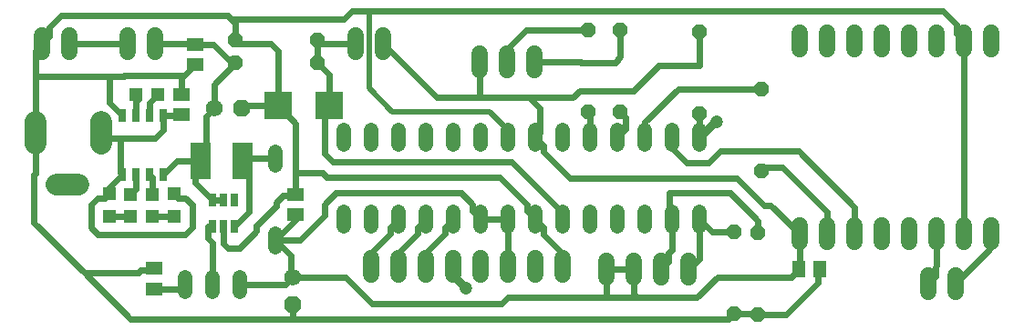
<source format=gbr>
G04 EAGLE Gerber RS-274X export*
G75*
%MOMM*%
%FSLAX34Y34*%
%LPD*%
%INBottom Copper*%
%IPPOS*%
%AMOC8*
5,1,8,0,0,1.08239X$1,22.5*%
G01*
%ADD10C,2.000000*%
%ADD11C,1.524000*%
%ADD12P,1.429621X8X292.500000*%
%ADD13P,1.429621X8X22.500000*%
%ADD14C,1.320800*%
%ADD15R,1.900000X3.400000*%
%ADD16R,0.635000X1.270000*%
%ADD17P,1.704548X8X292.500000*%
%ADD18C,1.574800*%
%ADD19P,1.704548X8X22.500000*%
%ADD20R,1.600000X1.300000*%
%ADD21R,1.200000X1.200000*%
%ADD22R,1.300000X1.200000*%
%ADD23R,1.200000X1.300000*%
%ADD24R,1.500000X1.300000*%
%ADD25R,1.300000X1.500000*%
%ADD26P,1.429621X8X202.500000*%
%ADD27R,2.540000X2.540000*%
%ADD28P,1.429621X8X112.500000*%
%ADD29R,0.700000X1.300000*%
%ADD30C,0.600000*%
%ADD31C,0.500000*%
%ADD32C,0.800000*%
%ADD33C,1.206400*%


D10*
X3182200Y297400D02*
X3182200Y317400D01*
X3121200Y317400D02*
X3121200Y297400D01*
X3141200Y259400D02*
X3161200Y259400D01*
D11*
X4009100Y220620D02*
X4009100Y205380D01*
X3983700Y205380D02*
X3983700Y220620D01*
X3958300Y220620D02*
X3958300Y205380D01*
X3932900Y205380D02*
X3932900Y220620D01*
X3907500Y220620D02*
X3907500Y205380D01*
X3882100Y205380D02*
X3882100Y220620D01*
X3856700Y220620D02*
X3856700Y205380D01*
X3831300Y205380D02*
X3831300Y220620D01*
X4009100Y385380D02*
X4009100Y400620D01*
X3983700Y400620D02*
X3983700Y385380D01*
X3958300Y385380D02*
X3958300Y400620D01*
X3932900Y400620D02*
X3932900Y385380D01*
X3907500Y385380D02*
X3907500Y400620D01*
X3882100Y400620D02*
X3882100Y385380D01*
X3856700Y385380D02*
X3856700Y400620D01*
X3831300Y400620D02*
X3831300Y385380D01*
D12*
X3795510Y348109D03*
X3795510Y271909D03*
D13*
X3307400Y393900D03*
X3383600Y393900D03*
D14*
X3737900Y309704D02*
X3737900Y296496D01*
X3712500Y296496D02*
X3712500Y309704D01*
X3687100Y309704D02*
X3687100Y296496D01*
X3661700Y296496D02*
X3661700Y309704D01*
X3636300Y309704D02*
X3636300Y296496D01*
X3610900Y296496D02*
X3610900Y309704D01*
X3585500Y309704D02*
X3585500Y296496D01*
X3560100Y296496D02*
X3560100Y309704D01*
X3534700Y309704D02*
X3534700Y296496D01*
X3509300Y296496D02*
X3509300Y309704D01*
X3483900Y309704D02*
X3483900Y296496D01*
X3458500Y296496D02*
X3458500Y309704D01*
X3433100Y309704D02*
X3433100Y296496D01*
X3407700Y296496D02*
X3407700Y309704D01*
X3407700Y233504D02*
X3407700Y220296D01*
X3433100Y220296D02*
X3433100Y233504D01*
X3458500Y233504D02*
X3458500Y220296D01*
X3483900Y220296D02*
X3483900Y233504D01*
X3509300Y233504D02*
X3509300Y220296D01*
X3534700Y220296D02*
X3534700Y233504D01*
X3560100Y233504D02*
X3560100Y220296D01*
X3585500Y220296D02*
X3585500Y233504D01*
X3610900Y233504D02*
X3610900Y220296D01*
X3636300Y220296D02*
X3636300Y233504D01*
X3661700Y233504D02*
X3661700Y220296D01*
X3687100Y220296D02*
X3687100Y233504D01*
X3712500Y233504D02*
X3712500Y220296D01*
X3737900Y220296D02*
X3737900Y233504D01*
D15*
X3313500Y281400D03*
X3274500Y281400D03*
D16*
X3305800Y219800D03*
X3295800Y219800D03*
X3285800Y219800D03*
X3285800Y244800D03*
X3295800Y244800D03*
X3305800Y244800D03*
D17*
X3360000Y147300D03*
D18*
X3360000Y172700D03*
D19*
X3312700Y330000D03*
D18*
X3287300Y330000D03*
D14*
X3344300Y213604D02*
X3344300Y200396D01*
X3344300Y276596D02*
X3344300Y289804D01*
D20*
X3231800Y180800D03*
X3231800Y161800D03*
D21*
X3190000Y229500D03*
X3190000Y250500D03*
X3250000Y229500D03*
X3250000Y250500D03*
D22*
X3210000Y250160D03*
X3210000Y229840D03*
X3230000Y250160D03*
X3230000Y229840D03*
D23*
X3234660Y342900D03*
X3214340Y342900D03*
D24*
X3257100Y324100D03*
X3257100Y343100D03*
X3270100Y389700D03*
X3270100Y370700D03*
D25*
X3830500Y180000D03*
X3849500Y180000D03*
D24*
X3363200Y231100D03*
X3363200Y250100D03*
D12*
X3738100Y401200D03*
X3738100Y325000D03*
D26*
X3383400Y372300D03*
X3307200Y372300D03*
D27*
X3393795Y332500D03*
X3346805Y332500D03*
D11*
X3584700Y365380D02*
X3584700Y380620D01*
X3559300Y380620D02*
X3559300Y365380D01*
X3533900Y365380D02*
X3533900Y380620D01*
D28*
X3635000Y326600D03*
X3635000Y402800D03*
X3664300Y327100D03*
X3664300Y403300D03*
D11*
X3418900Y397720D02*
X3418900Y382480D01*
X3444300Y382480D02*
X3444300Y397720D01*
X3127300Y397620D02*
X3127300Y382380D01*
X3152700Y382380D02*
X3152700Y397620D01*
X3207300Y397620D02*
X3207300Y382380D01*
X3232700Y382380D02*
X3232700Y397620D01*
D29*
X3214550Y268200D03*
X3201850Y268200D03*
X3227250Y268200D03*
X3239950Y268200D03*
X3214550Y323200D03*
X3201850Y323200D03*
X3227250Y323200D03*
X3239950Y323200D03*
D11*
X3611200Y190520D02*
X3611200Y175280D01*
X3585800Y175280D02*
X3585800Y190520D01*
X3560400Y190520D02*
X3560400Y175280D01*
X3535000Y175280D02*
X3535000Y190520D01*
X3509600Y190520D02*
X3509600Y175280D01*
X3484200Y175280D02*
X3484200Y190520D01*
X3458800Y190520D02*
X3458800Y175280D01*
X3433400Y175280D02*
X3433400Y190520D01*
D14*
X3311100Y172614D02*
X3311100Y159406D01*
X3260300Y159406D02*
X3260300Y172614D01*
X3285700Y172614D02*
X3285700Y159406D01*
D11*
X3950100Y159080D02*
X3950100Y174320D01*
X3975500Y174320D02*
X3975500Y159080D01*
D28*
X3792300Y138100D03*
X3792300Y214300D03*
X3770000Y138900D03*
X3770000Y215100D03*
D11*
X3702700Y187620D02*
X3702700Y172380D01*
X3677300Y172380D02*
X3677300Y187620D01*
X3651900Y187620D02*
X3651900Y172380D01*
X3728100Y172380D02*
X3728100Y187620D01*
D30*
X3121200Y269099D02*
X3121200Y307400D01*
X3121200Y269099D02*
X3120200Y268099D01*
X3120200Y223722D01*
X3166961Y176961D01*
X3210000Y133922D01*
X3360000Y133922D01*
X3765022Y133922D01*
X3311300Y390000D02*
X3307400Y393900D01*
X3311300Y390000D02*
X3340000Y390000D01*
X3346805Y383195D01*
X3346805Y332500D01*
X3270100Y370700D02*
X3259700Y360300D01*
X3257100Y357700D01*
X3257100Y343100D01*
X3312700Y330000D02*
X3315200Y332500D01*
X3346805Y332500D01*
X3127300Y390000D02*
X3121200Y383900D01*
X3121200Y360000D01*
X3121200Y307400D01*
X3203784Y360400D02*
X3224896Y360400D01*
X3203784Y360400D02*
X3203384Y360000D01*
X3190000Y360000D01*
X3121200Y360000D01*
X3224996Y360300D02*
X3259700Y360300D01*
X3224996Y360300D02*
X3224896Y360400D01*
X3144987Y416240D02*
X3134080Y405333D01*
X3134080Y396780D01*
X3127300Y390000D01*
X3307400Y393900D02*
X3307400Y408803D01*
X3303102Y413102D01*
X3299963Y416240D01*
X3144987Y416240D01*
X3585500Y226900D02*
X3593296Y219104D01*
X3593296Y212804D01*
X3611200Y194900D02*
X3611200Y182900D01*
X3611200Y194900D02*
X3593296Y212804D01*
X3360000Y147300D02*
X3360000Y133922D01*
X3770000Y138900D02*
X3791500Y138900D01*
X3792300Y138100D01*
X3983700Y213000D02*
X3983700Y393000D01*
X3976920Y399780D01*
X3976920Y408333D01*
X3407949Y413102D02*
X3303102Y413102D01*
X3964349Y420904D02*
X3976920Y408333D01*
X3964349Y420904D02*
X3431200Y420904D01*
X3415751Y420904D01*
X3407949Y413102D01*
X3346805Y332500D02*
X3363200Y316105D01*
X3363200Y270000D01*
X3363200Y250100D01*
X3227250Y323200D02*
X3227250Y335490D01*
X3234660Y342900D01*
X3201850Y323200D02*
X3190000Y335050D01*
X3190000Y360000D01*
X3231800Y180800D02*
X3230300Y179300D01*
X3219244Y179300D01*
X3216905Y176961D01*
X3166961Y176961D01*
X3295800Y210000D02*
X3295800Y219800D01*
X3295800Y210000D02*
X3295700Y209900D01*
X3361700Y248600D02*
X3363200Y250100D01*
X3361700Y248600D02*
X3351144Y248600D01*
X3344700Y242156D01*
X3344700Y238900D01*
X3326696Y220896D02*
X3326696Y215615D01*
X3311081Y200000D01*
X3326696Y220896D02*
X3344700Y238900D01*
X3311081Y200000D02*
X3300000Y200000D01*
X3295800Y204200D02*
X3295800Y210000D01*
X3295800Y204200D02*
X3300000Y200000D01*
X3765022Y133922D02*
X3770000Y138900D01*
X3848000Y167944D02*
X3848000Y178500D01*
X3849500Y180000D01*
X3818156Y138100D02*
X3792300Y138100D01*
X3818156Y138100D02*
X3848000Y167944D01*
X3585500Y226900D02*
X3577704Y234696D01*
X3577704Y240796D01*
X3391997Y266000D02*
X3387997Y270000D01*
X3363200Y270000D01*
X3552500Y266000D02*
X3577704Y240796D01*
X3552500Y266000D02*
X3391997Y266000D01*
D31*
X3431200Y348800D02*
X3431200Y420904D01*
X3560100Y309900D02*
X3560100Y303100D01*
X3452900Y327100D02*
X3431200Y348800D01*
X3452900Y327100D02*
X3542900Y327100D01*
X3560100Y309900D01*
D30*
X3560100Y226900D02*
X3534700Y226900D01*
X3560400Y196200D02*
X3560400Y182900D01*
X3560100Y183200D02*
X3560100Y226900D01*
X3560100Y183200D02*
X3560400Y182900D01*
X3360000Y172700D02*
X3358650Y171350D01*
X3353474Y166174D01*
X3352182Y166174D01*
X3352018Y166010D01*
X3311100Y166010D01*
X3344300Y207000D02*
X3358650Y192650D01*
X3358650Y171350D01*
X3494300Y340100D02*
X3444300Y390100D01*
X3536801Y340100D02*
X3579900Y340100D01*
X3536801Y340100D02*
X3494300Y340100D01*
X3579900Y340100D02*
X3590000Y330000D01*
X3590000Y307600D01*
X3585500Y303100D01*
X3533900Y343000D02*
X3533900Y373000D01*
X3533900Y343000D02*
X3536801Y340100D01*
X3738100Y369900D02*
X3738100Y401200D01*
X3738100Y369900D02*
X3700204Y369900D01*
X3620624Y340100D02*
X3579900Y340100D01*
X3626924Y346400D02*
X3676704Y346400D01*
X3626924Y346400D02*
X3620624Y340100D01*
X3676704Y346400D02*
X3700204Y369900D01*
X3363200Y231100D02*
X3363200Y225900D01*
X3344300Y207000D01*
X3516592Y251108D02*
X3526904Y240796D01*
X3400408Y251108D02*
X3390096Y240796D01*
X3526904Y234696D02*
X3534700Y226900D01*
X3526904Y234696D02*
X3526904Y240796D01*
X3390096Y240796D02*
X3390096Y230096D01*
X3400408Y251108D02*
X3516592Y251108D01*
X3367000Y207000D02*
X3344300Y207000D01*
X3367000Y207000D02*
X3390096Y230096D01*
X3823200Y172700D02*
X3830500Y180000D01*
X3409647Y172700D02*
X3360000Y172700D01*
X3754753Y172700D02*
X3823200Y172700D01*
X3754753Y172700D02*
X3735813Y153760D01*
X3434287Y148060D02*
X3409647Y172700D01*
X3434287Y148060D02*
X3554300Y148060D01*
X3560000Y153760D02*
X3650000Y153760D01*
X3680000Y153760D01*
X3735813Y153760D01*
X3677300Y180000D02*
X3651900Y180000D01*
X3560400Y154160D02*
X3560000Y153760D01*
X3554300Y148060D01*
X3651900Y155660D02*
X3651900Y180000D01*
X3651900Y155660D02*
X3650000Y153760D01*
X3677300Y156460D02*
X3677300Y180000D01*
X3677300Y156460D02*
X3680000Y153760D01*
X3831300Y180800D02*
X3831300Y213000D01*
X3831300Y180800D02*
X3830500Y180000D01*
X3593296Y295304D02*
X3585500Y303100D01*
X3593296Y295304D02*
X3593296Y289204D01*
X3772591Y265108D02*
X3797699Y240000D01*
X3617392Y265108D02*
X3593296Y289204D01*
X3617392Y265108D02*
X3772591Y265108D01*
X3804300Y240000D02*
X3831300Y213000D01*
X3804300Y240000D02*
X3797699Y240000D01*
X3726100Y279500D02*
X3712500Y293100D01*
X3712500Y303100D01*
X3882100Y237900D02*
X3882100Y213000D01*
X3746500Y279500D02*
X3726100Y279500D01*
X3746500Y279500D02*
X3757000Y290000D01*
X3830000Y290000D01*
X3882100Y237900D01*
X3687100Y303100D02*
X3687100Y317100D01*
X3718109Y348109D01*
X3795510Y348109D01*
X4009100Y213000D02*
X4009100Y200300D01*
X3975500Y166700D01*
X3958300Y183453D02*
X3958300Y213000D01*
X3958300Y183453D02*
X3956880Y182033D01*
X3956880Y173480D01*
X3950100Y166700D01*
X3814600Y275400D02*
X3799001Y275400D01*
X3795510Y271909D01*
X3814600Y275400D02*
X3856700Y233300D01*
X3856700Y213000D01*
X3307200Y372300D02*
X3287300Y352400D01*
X3287300Y330000D01*
X3300108Y376296D02*
X3303204Y376296D01*
X3307200Y372300D01*
X3286704Y389700D02*
X3270100Y389700D01*
X3286704Y389700D02*
X3300108Y376296D01*
X3287300Y330000D02*
X3280000Y322700D01*
X3280000Y286900D02*
X3274500Y281400D01*
X3280000Y286900D02*
X3280000Y322700D01*
X3269800Y390000D02*
X3232700Y390000D01*
X3269800Y390000D02*
X3270100Y389700D01*
X3253150Y281400D02*
X3239950Y268200D01*
X3253150Y281400D02*
X3274500Y281400D01*
X3270000Y260600D02*
X3285800Y244800D01*
X3270000Y260600D02*
X3270000Y280000D01*
X3271400Y281400D01*
X3274500Y281400D01*
X3285800Y244800D02*
X3295800Y244800D01*
X3281625Y219800D02*
X3281625Y208894D01*
X3285700Y204819D02*
X3285700Y166010D01*
X3285700Y204819D02*
X3281625Y208894D01*
X3281625Y219800D02*
X3285800Y219800D01*
X3315300Y283200D02*
X3344300Y283200D01*
X3315300Y283200D02*
X3313500Y281400D01*
X3320000Y234000D02*
X3305800Y219800D01*
X3320000Y274900D02*
X3313500Y281400D01*
X3320000Y274900D02*
X3320000Y234000D01*
X3256090Y161800D02*
X3231800Y161800D01*
X3256090Y161800D02*
X3260300Y166010D01*
X3214550Y254710D02*
X3214550Y268200D01*
X3214550Y254710D02*
X3210000Y250160D01*
X3227250Y268200D02*
X3230000Y265450D01*
X3230000Y250160D01*
X3230000Y229840D02*
X3249660Y229840D01*
X3250000Y229500D01*
X3210000Y229840D02*
X3190340Y229840D01*
X3190000Y229500D01*
X3239950Y323200D02*
X3256200Y323200D01*
X3257100Y324100D01*
X3239950Y323200D02*
X3239950Y309600D01*
X3232850Y302500D01*
X3200000Y302500D01*
X3187100Y302500D01*
X3182200Y307400D01*
X3200000Y270050D02*
X3201850Y268200D01*
X3200000Y270050D02*
X3200000Y302500D01*
X3201850Y268200D02*
X3190000Y256350D01*
X3190000Y250500D01*
X3260556Y246500D02*
X3267000Y240056D01*
X3267000Y218944D01*
X3260556Y212500D01*
X3179444Y212500D02*
X3173000Y218944D01*
X3173000Y240056D01*
X3179444Y246500D01*
X3250000Y250500D02*
X3254000Y246500D01*
X3260556Y246500D01*
X3186000Y246500D02*
X3179444Y246500D01*
X3186000Y246500D02*
X3190000Y250500D01*
X3179444Y212500D02*
X3260556Y212500D01*
X3387400Y390100D02*
X3418900Y390100D01*
X3387400Y390100D02*
X3383600Y393900D01*
X3383600Y372500D01*
X3383400Y372300D01*
X3393795Y361905D01*
X3393795Y332500D01*
X3389695Y288101D02*
X3397796Y280000D01*
X3389695Y328400D02*
X3393795Y332500D01*
X3389695Y328400D02*
X3389695Y288101D01*
X3397796Y280000D02*
X3563700Y280000D01*
X3610900Y232800D01*
X3610900Y226900D01*
X3664300Y378227D02*
X3664300Y403300D01*
X3664300Y378227D02*
X3660166Y372700D01*
X3627800Y372700D01*
X3627500Y373000D01*
X3584700Y373000D01*
X3635000Y326600D02*
X3636300Y325950D01*
X3636300Y303100D01*
X3664300Y327100D02*
X3669496Y321904D01*
X3669496Y310896D01*
X3661700Y303100D01*
X3207300Y390000D02*
X3152700Y390000D01*
X3214340Y342900D02*
X3214550Y342690D01*
X3214550Y336056D01*
X3217275Y338781D01*
X3214550Y336056D02*
X3214550Y323200D01*
X3737900Y303100D02*
X3738100Y303300D01*
X3738100Y325000D01*
D32*
X3509600Y182900D02*
X3509600Y174300D01*
X3521400Y162500D01*
D33*
X3521400Y162500D03*
D32*
X3737900Y303100D02*
X3752200Y317400D01*
X3753800Y317400D01*
D33*
X3753800Y317400D03*
D30*
X3485800Y182900D02*
X3484200Y182900D01*
X3501504Y219104D02*
X3509300Y226900D01*
X3501504Y219104D02*
X3501504Y213004D01*
X3484200Y195700D02*
X3484200Y182900D01*
X3484200Y195700D02*
X3501504Y213004D01*
X3460400Y182900D02*
X3458800Y182900D01*
X3476104Y219104D02*
X3483900Y226900D01*
X3476104Y219104D02*
X3476104Y213004D01*
X3458800Y195700D02*
X3458800Y182900D01*
X3458800Y195700D02*
X3476104Y213004D01*
X3435000Y182900D02*
X3433400Y182900D01*
X3450704Y219104D02*
X3458500Y226900D01*
X3450704Y219104D02*
X3450704Y213004D01*
X3433400Y195700D02*
X3433400Y182900D01*
X3433400Y195700D02*
X3450704Y213004D01*
X3559300Y385020D02*
X3577480Y403200D01*
X3559300Y385020D02*
X3559300Y373000D01*
X3634600Y403200D02*
X3635000Y402800D01*
X3634600Y403200D02*
X3577480Y403200D01*
X3710000Y251108D02*
X3766792Y251108D01*
X3792300Y225600D02*
X3792300Y214300D01*
X3792300Y225600D02*
X3766792Y251108D01*
X3710000Y251108D02*
X3710000Y229400D01*
X3712500Y226900D01*
X3712500Y198353D01*
X3709480Y195333D01*
X3709480Y186780D01*
X3702700Y180000D01*
X3737900Y226900D02*
X3749700Y215100D01*
X3770000Y215100D01*
X3737900Y226900D02*
X3737900Y189800D01*
X3728100Y180000D01*
M02*

</source>
